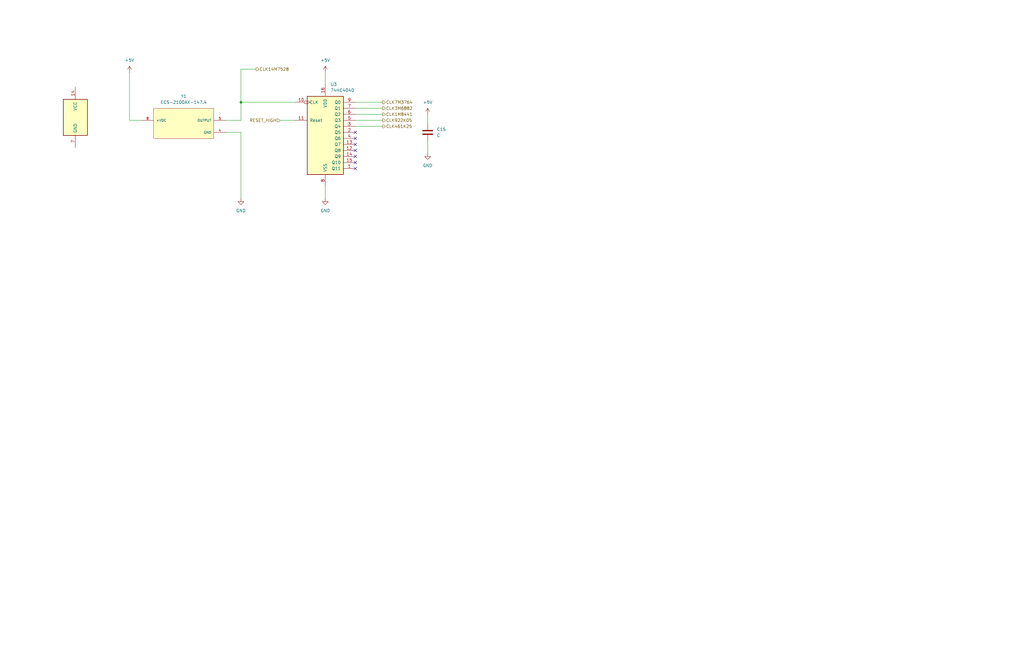
<source format=kicad_sch>
(kicad_sch (version 20250114) (generator "eeschema") (generator_version "9.0")
  (paper "USLedger")
  (lib_symbols
    (symbol "4xxx:4040" (pin_names (offset 1.016))
      (property "Reference" "U" (at -7.62 16.51 0))
      (property "Value" "4040" (at -7.62 -19.05 0))
      (symbol "4040_1_0"
        (pin input inverted_clock (at -12.7 12.7 0) (length 5.08) (name "CLK") (number "10"))
        (pin input line (at -12.7 5.08 0) (length 5.08) (name "Reset") (number "11"))
        (pin power_in line (at 0 20.32 270) (length 5.08) (name "VDD") (number "16"))
        (pin power_in line (at 0 -22.86 90) (length 5.08) (name "VSS") (number "8"))
        (pin output line (at 12.7 12.7 180) (length 5.08) (name "Q0") (number "9"))
        (pin output line (at 12.7 10.16 180) (length 5.08) (name "Q1") (number "7"))
        (pin output line (at 12.7 7.62 180) (length 5.08) (name "Q2") (number "6"))
        (pin output line (at 12.7 5.08 180) (length 5.08) (name "Q3") (number "5"))
        (pin output line (at 12.7 2.54 180) (length 5.08) (name "Q4") (number "3"))
        (pin output line (at 12.7 0 180) (length 5.08) (name "Q5") (number "2"))
        (pin output line (at 12.7 -2.54 180) (length 5.08) (name "Q6") (number "4"))
        (pin output line (at 12.7 -5.08 180) (length 5.08) (name "Q7") (number "13"))
        (pin output line (at 12.7 -7.62 180) (length 5.08) (name "Q8") (number "12"))
        (pin output line (at 12.7 -10.16 180) (length 5.08) (name "Q9") (number "14"))
        (pin output line (at 12.7 -12.7 180) (length 5.08) (name "Q10") (number "15"))
        (pin output line (at 12.7 -15.24 180) (length 5.08) (name "Q11") (number "1"))
      )
      (symbol "4040_1_1"
        (rectangle (start -7.62 15.24) (end 7.62 -17.78) (stroke (width 0.254)) (fill (type background)))
      )
    )
    (symbol "74xx:74HC00" (pin_names (offset 1.016))
      (property "Reference" "U" (at 0 1.27 0))
      (property "Value" "74HC00" (at 0 -1.27 0))
      (symbol "74HC00_1_1"
        (arc (start 0 3.81) (mid 3.7934 0) (end 0 -3.81) (stroke (width 0.254)) (fill (type background)))
        (polyline (pts (xy 0 3.81) (xy -3.81 3.81) (xy -3.81 -3.81) (xy 0 -3.81)) (stroke (width 0.254)) (fill (type background)))
        (pin input line (at -7.62 2.54 0) (length 3.81) (name "~") (number "1"))
        (pin input line (at -7.62 -2.54 0) (length 3.81) (name "~") (number "2"))
        (pin output inverted (at 7.62 0 180) (length 3.81) (name "~") (number "3"))
      )
      (symbol "74HC00_1_2"
        (arc (start -3.81 3.81) (mid -2.589 0) (end -3.81 -3.81) (stroke (width 0.254)))
        (polyline (pts (xy -3.81 3.81) (xy -0.635 3.81)) (stroke (width 0.254)) (fill (type background)))
        (polyline (pts (xy -3.81 -3.81) (xy -0.635 -3.81)) (stroke (width 0.254)) (fill (type background)))
        (arc (start 3.81 0) (mid 2.1855 -2.584) (end -0.6096 -3.81) (stroke (width 0.254)) (fill (type background)))
        (arc (start -0.6096 3.81) (mid 2.1928 2.5924) (end 3.81 0) (stroke (width 0.254)) (fill (type background)))
        (polyline (pts (xy -0.635 3.81) (xy -3.81 3.81) (xy -3.81 3.81) (xy -3.556 3.4036) (xy -3.0226 2.2606) (xy -2.6924 1.0414) (xy -2.6162 -0.254) (xy -2.7686 -1.4986) (xy -3.175 -2.7178) (xy -3.81 -3.81) (xy -3.81 -3.81) (xy -0.635 -3.81)) (stroke (width -25.4)) (fill (type background)))
        (pin input inverted (at -7.62 2.54 0) (length 4.318) (name "~") (number "1"))
        (pin input inverted (at -7.62 -2.54 0) (length 4.318) (name "~") (number "2"))
        (pin output line (at 7.62 0 180) (length 3.81) (name "~") (number "3"))
      )
      (symbol "74HC00_2_1"
        (arc (start 0 3.81) (mid 3.7934 0) (end 0 -3.81) (stroke (width 0.254)) (fill (type background)))
        (polyline (pts (xy 0 3.81) (xy -3.81 3.81) (xy -3.81 -3.81) (xy 0 -3.81)) (stroke (width 0.254)) (fill (type background)))
        (pin input line (at -7.62 2.54 0) (length 3.81) (name "~") (number "4"))
        (pin input line (at -7.62 -2.54 0) (length 3.81) (name "~") (number "5"))
        (pin output inverted (at 7.62 0 180) (length 3.81) (name "~") (number "6"))
      )
      (symbol "74HC00_2_2"
        (arc (start -3.81 3.81) (mid -2.589 0) (end -3.81 -3.81) (stroke (width 0.254)))
        (polyline (pts (xy -3.81 3.81) (xy -0.635 3.81)) (stroke (width 0.254)) (fill (type background)))
        (polyline (pts (xy -3.81 -3.81) (xy -0.635 -3.81)) (stroke (width 0.254)) (fill (type background)))
        (arc (start 3.81 0) (mid 2.1855 -2.584) (end -0.6096 -3.81) (stroke (width 0.254)) (fill (type background)))
        (arc (start -0.6096 3.81) (mid 2.1928 2.5924) (end 3.81 0) (stroke (width 0.254)) (fill (type background)))
        (polyline (pts (xy -0.635 3.81) (xy -3.81 3.81) (xy -3.81 3.81) (xy -3.556 3.4036) (xy -3.0226 2.2606) (xy -2.6924 1.0414) (xy -2.6162 -0.254) (xy -2.7686 -1.4986) (xy -3.175 -2.7178) (xy -3.81 -3.81) (xy -3.81 -3.81) (xy -0.635 -3.81)) (stroke (width -25.4)) (fill (type background)))
        (pin input inverted (at -7.62 2.54 0) (length 4.318) (name "~") (number "4"))
        (pin input inverted (at -7.62 -2.54 0) (length 4.318) (name "~") (number "5"))
        (pin output line (at 7.62 0 180) (length 3.81) (name "~") (number "6"))
      )
      (symbol "74HC00_3_1"
        (arc (start 0 3.81) (mid 3.7934 0) (end 0 -3.81) (stroke (width 0.254)) (fill (type background)))
        (polyline (pts (xy 0 3.81) (xy -3.81 3.81) (xy -3.81 -3.81) (xy 0 -3.81)) (stroke (width 0.254)) (fill (type background)))
        (pin input line (at -7.62 2.54 0) (length 3.81) (name "~") (number "9"))
        (pin input line (at -7.62 -2.54 0) (length 3.81) (name "~") (number "10"))
        (pin output inverted (at 7.62 0 180) (length 3.81) (name "~") (number "8"))
      )
      (symbol "74HC00_3_2"
        (arc (start -3.81 3.81) (mid -2.589 0) (end -3.81 -3.81) (stroke (width 0.254)))
        (polyline (pts (xy -3.81 3.81) (xy -0.635 3.81)) (stroke (width 0.254)) (fill (type background)))
        (polyline (pts (xy -3.81 -3.81) (xy -0.635 -3.81)) (stroke (width 0.254)) (fill (type background)))
        (arc (start 3.81 0) (mid 2.1855 -2.584) (end -0.6096 -3.81) (stroke (width 0.254)) (fill (type background)))
        (arc (start -0.6096 3.81) (mid 2.1928 2.5924) (end 3.81 0) (stroke (width 0.254)) (fill (type background)))
        (polyline (pts (xy -0.635 3.81) (xy -3.81 3.81) (xy -3.81 3.81) (xy -3.556 3.4036) (xy -3.0226 2.2606) (xy -2.6924 1.0414) (xy -2.6162 -0.254) (xy -2.7686 -1.4986) (xy -3.175 -2.7178) (xy -3.81 -3.81) (xy -3.81 -3.81) (xy -0.635 -3.81)) (stroke (width -25.4)) (fill (type background)))
        (pin input inverted (at -7.62 2.54 0) (length 4.318) (name "~") (number "9"))
        (pin input inverted (at -7.62 -2.54 0) (length 4.318) (name "~") (number "10"))
        (pin output line (at 7.62 0 180) (length 3.81) (name "~") (number "8"))
      )
      (symbol "74HC00_4_1"
        (arc (start 0 3.81) (mid 3.7934 0) (end 0 -3.81) (stroke (width 0.254)) (fill (type background)))
        (polyline (pts (xy 0 3.81) (xy -3.81 3.81) (xy -3.81 -3.81) (xy 0 -3.81)) (stroke (width 0.254)) (fill (type background)))
        (pin input line (at -7.62 2.54 0) (length 3.81) (name "~") (number "12"))
        (pin input line (at -7.62 -2.54 0) (length 3.81) (name "~") (number "13"))
        (pin output inverted (at 7.62 0 180) (length 3.81) (name "~") (number "11"))
      )
      (symbol "74HC00_4_2"
        (arc (start -3.81 3.81) (mid -2.589 0) (end -3.81 -3.81) (stroke (width 0.254)))
        (polyline (pts (xy -3.81 3.81) (xy -0.635 3.81)) (stroke (width 0.254)) (fill (type background)))
        (polyline (pts (xy -3.81 -3.81) (xy -0.635 -3.81)) (stroke (width 0.254)) (fill (type background)))
        (arc (start 3.81 0) (mid 2.1855 -2.584) (end -0.6096 -3.81) (stroke (width 0.254)) (fill (type background)))
        (arc (start -0.6096 3.81) (mid 2.1928 2.5924) (end 3.81 0) (stroke (width 0.254)) (fill (type background)))
        (polyline (pts (xy -0.635 3.81) (xy -3.81 3.81) (xy -3.81 3.81) (xy -3.556 3.4036) (xy -3.0226 2.2606) (xy -2.6924 1.0414) (xy -2.6162 -0.254) (xy -2.7686 -1.4986) (xy -3.175 -2.7178) (xy -3.81 -3.81) (xy -3.81 -3.81) (xy -0.635 -3.81)) (stroke (width -25.4)) (fill (type background)))
        (pin input inverted (at -7.62 2.54 0) (length 4.318) (name "~") (number "12"))
        (pin input inverted (at -7.62 -2.54 0) (length 4.318) (name "~") (number "13"))
        (pin output line (at 7.62 0 180) (length 3.81) (name "~") (number "11"))
      )
      (symbol "74HC00_5_0"
        (pin power_in line (at 0 12.7 270) (length 5.08) (name "VCC") (number "14"))
        (pin power_in line (at 0 -12.7 90) (length 5.08) (name "GND") (number "7"))
      )
      (symbol "74HC00_5_1"
        (rectangle (start -5.08 7.62) (end 5.08 -7.62) (stroke (width 0.254)) (fill (type background)))
      )
    )
    (symbol "Device:C" (pin_numbers (hide yes)) (pin_names (offset 0.254))
      (property "Reference" "C" (at 0.635 2.54 0))
      (property "Value" "C" (at 0.635 -2.54 0))
      (symbol "C_0_1"
        (polyline (pts (xy -2.032 0.762) (xy 2.032 0.762)) (stroke (width 0.508)))
        (polyline (pts (xy -2.032 -0.762) (xy 2.032 -0.762)) (stroke (width 0.508)))
      )
      (symbol "C_1_1"
        (pin passive line (at 0 3.81 270) (length 2.794) (name "~") (number "1"))
        (pin passive line (at 0 -3.81 90) (length 2.794) (name "~") (number "2"))
      )
    )
    (symbol "ECS-2100AX-147.4:ECS-2100AX-147.4" (pin_names (offset 1.016))
      (property "Reference" "Y" (at -12.7379 5.6047 0))
      (property "Value" "ECS-2100AX-147.4" (at -12.7434 -10.1947 0))
      (symbol "ECS-2100AX-147.4_0_0"
        (rectangle (start -12.7 -7.62) (end 12.7 5.08) (stroke (width 0.127)) (fill (type background)))
        (pin input line (at -17.78 0 0) (length 5.08) (name "+VDC") (number "8"))
        (pin output line (at 17.78 0 180) (length 5.08) (name "OUTPUT") (number "5"))
        (pin power_in line (at 17.78 -5.08 180) (length 5.08) (name "GND") (number "4"))
      )
    )
    (symbol "power:+5V" (power) (pin_numbers (hide yes)) (pin_names (offset 0) (hide yes))
      (property "Value" "+5V" (at 0 3.556 0))
      (symbol "+5V_0_1"
        (polyline (pts (xy -0.762 1.27) (xy 0 2.54)))
        (polyline (pts (xy 0 2.54) (xy 0.762 1.27)))
        (polyline (pts (xy 0 0) (xy 0 2.54)))
      )
      (symbol "+5V_1_1"
        (pin power_in line (at 0 0 90) (length 0) (name "~") (number "1"))
      )
    )
    (symbol "power:GND" (power) (pin_numbers (hide yes)) (pin_names (offset 0) (hide yes))
      (property "Value" "GND" (at 0 -3.81 0))
      (symbol "GND_0_1"
        (polyline (pts (xy 0 0) (xy 0 -1.27) (xy 1.27 -1.27) (xy 0 -2.54) (xy -1.27 -1.27) (xy 0 -1.27)))
      )
      (symbol "GND_1_1"
        (pin power_in line (at 0 0 270) (length 0) (name "~") (number "1"))
      )
    )
  )
  (junction (at 101.6 43.18))
  (no_connect (at 149.86 71.12))
  (no_connect (at 149.86 68.58))
  (no_connect (at 149.86 63.5))
  (no_connect (at 149.86 60.96))
  (no_connect (at 149.86 55.88))
  (no_connect (at 149.86 58.42))
  (no_connect (at 149.86 66.04))
  (wire (pts (xy 180.34 59.69) (xy 180.34 64.77)))
  (wire (pts (xy 101.6 43.18) (xy 124.46 43.18)))
  (wire (pts (xy 137.16 78.74) (xy 137.16 83.82)))
  (wire (pts (xy 95.25 50.8) (xy 101.6 50.8)))
  (wire (pts (xy 137.16 30.48) (xy 137.16 35.56)))
  (wire (pts (xy 149.86 53.34) (xy 161.29 53.34)))
  (wire (pts (xy 101.6 55.88) (xy 101.6 83.82)))
  (wire (pts (xy 101.6 43.18) (xy 101.6 29.21)))
  (wire (pts (xy 54.61 30.48) (xy 54.61 50.8)))
  (wire (pts (xy 149.86 45.72) (xy 161.29 45.72)))
  (wire (pts (xy 124.46 50.8) (xy 118.11 50.8)))
  (wire (pts (xy 149.86 50.8) (xy 161.29 50.8)))
  (wire (pts (xy 149.86 48.26) (xy 161.29 48.26)))
  (wire (pts (xy 149.86 43.18) (xy 161.29 43.18)))
  (wire (pts (xy 180.34 48.26) (xy 180.34 52.07)))
  (wire (pts (xy 59.69 50.8) (xy 54.61 50.8)))
  (wire (pts (xy 95.25 55.88) (xy 101.6 55.88)))
  (wire (pts (xy 101.6 50.8) (xy 101.6 43.18)))
  (wire (pts (xy 101.6 29.21) (xy 107.95 29.21)))
  (hierarchical_label "CLK7M3764" (shape output) (at 161.29 43.18 0))
  (hierarchical_label "CLK1M8441" (shape output) (at 161.29 48.26 0))
  (hierarchical_label "CLK14M7528" (shape output) (at 107.95 29.21 0))
  (hierarchical_label "CLK3M6882" (shape output) (at 161.29 45.72 0))
  (hierarchical_label "CLK922K05" (shape output) (at 161.29 50.8 0))
  (hierarchical_label "RESET_HIGH" (shape input) (at 118.11 50.8 180))
  (hierarchical_label "CLK461K25" (shape output) (at 161.29 53.34 0))
  (symbol (lib_id "power:+5V") (at 137.16 30.48 0) (unit 1)
    (property "Reference" "#PWR038" (effects (hide yes)))
    (property "Value" "+5V" (at 137.16 25.4 0))
    (property "Description" "Power symbol creates a global label with name \"+5V\"" (effects (hide yes)))
  )
  (symbol (lib_id "ECS-2100AX-147.4:ECS-2100AX-147.4") (at 77.47 50.8 0) (unit 1)
    (property "Reference" "Y1" (at 77.47 40.64 0))
    (property "Value" "ECS-2100AX-147.4" (at 77.47 43.18 0))
    (property "Footprint" "Footprints:OSC_ECS-2100AX-147.4" (effects (hide yes)))
    (property "PARTREV" "N/A" (effects (hide yes)))
    (property "STANDARD" "Manufacturer Recommendation" (effects (hide yes)))
    (property "MANUFACTURER" "ECS Inc." (effects (hide yes)))
  )
  (symbol (lib_id "74xx:74HC00") (at 31.75 49.53 0) (unit 5)
    (property "Reference" "U9" (effects (hide yes)))
    (property "Value" "74HC00" (effects (hide yes)))
    (property "Datasheet" "http://www.ti.com/lit/gpn/sn74hc00" (effects (hide yes)))
    (property "Description" "quad 2-input NAND gate" (effects (hide yes)))
  )
  (symbol (lib_id "power:GND") (at 101.6 83.82 0) (unit 1)
    (property "Reference" "#PWR037" (effects (hide yes)))
    (property "Value" "GND" (at 101.6 88.9 0))
    (property "Description" "Power symbol creates a global label with name \"GND\" , ground" (effects (hide yes)))
  )
  (symbol (lib_id "power:+5V") (at 54.61 30.48 0) (unit 1)
    (property "Reference" "#PWR039" (effects (hide yes)))
    (property "Value" "+5V" (at 54.61 25.4 0))
    (property "Description" "Power symbol creates a global label with name \"+5V\"" (effects (hide yes)))
  )
  (symbol (lib_id "power:+5V") (at 180.34 48.26 0) (unit 1)
    (property "Reference" "#PWR041" (effects (hide yes)))
    (property "Value" "+5V" (at 180.34 43.18 0))
    (property "Description" "Power symbol creates a global label with name \"+5V\"" (effects (hide yes)))
  )
  (symbol (lib_id "power:GND") (at 180.34 64.77 0) (unit 1)
    (property "Reference" "#PWR042" (effects (hide yes)))
    (property "Value" "GND" (at 180.34 69.85 0))
    (property "Description" "Power symbol creates a global label with name \"GND\" , ground" (effects (hide yes)))
  )
  (symbol (lib_id "power:GND") (at 137.16 83.82 0) (unit 1)
    (property "Reference" "#PWR036" (effects (hide yes)))
    (property "Value" "GND" (at 137.16 88.9 0))
    (property "Description" "Power symbol creates a global label with name \"GND\" , ground" (effects (hide yes)))
  )
  (symbol (lib_id "4xxx:4040") (at 137.16 55.88 0) (unit 1)
    (property "Reference" "U3" (at 139.3033 35.56 0) (effects (justify left)))
    (property "Value" "74HC4040" (at 139.3033 38.1 0) (effects (justify left)))
    (property "Footprint" "Package_SO:SOIC-16W_5.3x10.2mm_P1.27mm" (effects (hide yes)))
    (property "Datasheet" "http://www.intersil.com/content/dam/Intersil/documents/cd40/cd4020bms-24bms-40bms.pdf" (effects (hide yes)))
    (property "Description" "Binary Counter 12 stages (Asynchronous)" (effects (hide yes)))
  )
  (symbol (lib_id "Device:C") (at 180.34 55.88 0) (unit 1)
    (property "Reference" "C15" (at 184.15 54.6099 0) (effects (justify left)))
    (property "Value" "C" (at 184.15 57.1499 0) (effects (justify left)))
    (property "Footprint" "Capacitor_SMD:C_0603_1608Metric" (effects (hide yes)))
    (property "Description" "Unpolarized capacitor" (effects (hide yes)))
  )
)
</source>
